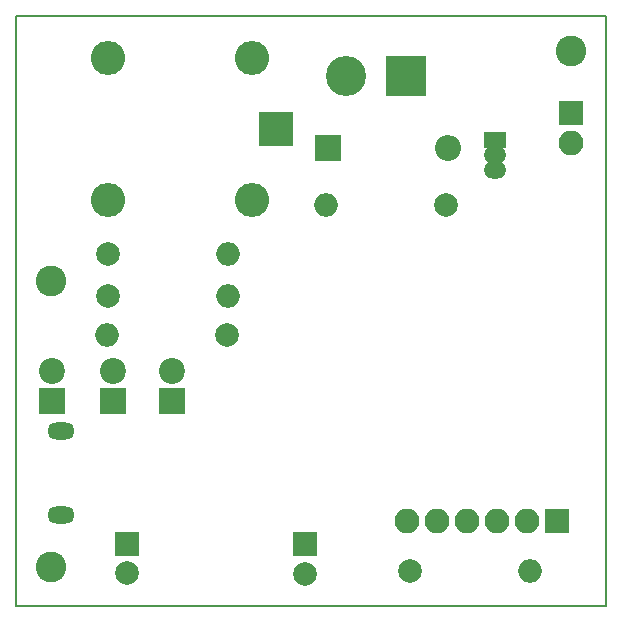
<source format=gbr>
G04 #@! TF.GenerationSoftware,KiCad,Pcbnew,5.0.0-fee4fd1~66~ubuntu18.04.1*
G04 #@! TF.CreationDate,2018-11-12T17:48:12-03:00*
G04 #@! TF.ProjectId,pcbAlarma,706362416C61726D612E6B696361645F,1.1*
G04 #@! TF.SameCoordinates,Original*
G04 #@! TF.FileFunction,Soldermask,Top*
G04 #@! TF.FilePolarity,Negative*
%FSLAX46Y46*%
G04 Gerber Fmt 4.6, Leading zero omitted, Abs format (unit mm)*
G04 Created by KiCad (PCBNEW 5.0.0-fee4fd1~66~ubuntu18.04.1) date Mon Nov 12 17:48:12 2018*
%MOMM*%
%LPD*%
G01*
G04 APERTURE LIST*
%ADD10C,0.150000*%
%ADD11O,2.300000X1.450000*%
%ADD12R,2.100000X2.100000*%
%ADD13O,2.100000X2.100000*%
%ADD14C,2.000000*%
%ADD15R,2.000000X2.000000*%
%ADD16C,2.200000*%
%ADD17R,2.200000X2.200000*%
%ADD18O,2.200000X2.200000*%
%ADD19C,2.600000*%
%ADD20C,3.400000*%
%ADD21R,3.400000X3.400000*%
%ADD22R,2.900000X2.900000*%
%ADD23O,2.900000X2.900000*%
%ADD24R,1.900000X1.450000*%
%ADD25O,1.900000X1.450000*%
%ADD26O,2.000000X2.000000*%
G04 APERTURE END LIST*
D10*
X164200000Y-64600000D02*
X164200000Y-114600000D01*
X214200000Y-64600000D02*
X164200000Y-64600000D01*
X214200000Y-114600000D02*
X214200000Y-64600000D01*
X164200000Y-114600000D02*
X214200000Y-114600000D01*
D11*
G04 #@! TO.C,J1*
X168000000Y-99725000D03*
X168000000Y-106875000D03*
G04 #@! TD*
D12*
G04 #@! TO.C,J102*
X210000000Y-107400000D03*
D13*
X207460000Y-107400000D03*
X204920000Y-107400000D03*
X202380000Y-107400000D03*
X199840000Y-107400000D03*
X197300000Y-107400000D03*
G04 #@! TD*
D14*
G04 #@! TO.C,C1*
X173600000Y-111800000D03*
D15*
X173600000Y-109300000D03*
G04 #@! TD*
D14*
G04 #@! TO.C,C2*
X188700000Y-111850000D03*
D15*
X188700000Y-109350000D03*
G04 #@! TD*
D16*
G04 #@! TO.C,D1*
X177400000Y-94660000D03*
D17*
X177400000Y-97200000D03*
G04 #@! TD*
D18*
G04 #@! TO.C,D2*
X200760000Y-75800000D03*
D17*
X190600000Y-75800000D03*
G04 #@! TD*
D16*
G04 #@! TO.C,D3*
X167300000Y-94660000D03*
D17*
X167300000Y-97200000D03*
G04 #@! TD*
D16*
G04 #@! TO.C,D4*
X172400000Y-94660000D03*
D17*
X172400000Y-97200000D03*
G04 #@! TD*
D19*
G04 #@! TO.C,H1*
X167200000Y-111300000D03*
G04 #@! TD*
G04 #@! TO.C,H2*
X211200000Y-67600000D03*
G04 #@! TD*
G04 #@! TO.C,H3*
X167150000Y-87025000D03*
G04 #@! TD*
D20*
G04 #@! TO.C,J4*
X192170000Y-69725000D03*
D21*
X197250000Y-69725000D03*
G04 #@! TD*
D13*
G04 #@! TO.C,J101*
X211200000Y-75340000D03*
D12*
X211200000Y-72800000D03*
G04 #@! TD*
D22*
G04 #@! TO.C,K1*
X186200000Y-74200000D03*
D23*
X184200000Y-68200000D03*
X172000000Y-68200000D03*
X172000000Y-80200000D03*
X184200000Y-80200000D03*
G04 #@! TD*
D24*
G04 #@! TO.C,Q1*
X204800000Y-75130000D03*
D25*
X204800000Y-77670000D03*
X204800000Y-76400000D03*
G04 #@! TD*
D14*
G04 #@! TO.C,R1*
X182100000Y-91600000D03*
D26*
X171940000Y-91600000D03*
G04 #@! TD*
G04 #@! TO.C,R2*
X182160000Y-84800000D03*
D14*
X172000000Y-84800000D03*
G04 #@! TD*
D26*
G04 #@! TO.C,R3*
X207760000Y-111600000D03*
D14*
X197600000Y-111600000D03*
G04 #@! TD*
D26*
G04 #@! TO.C,R4*
X182160000Y-88300000D03*
D14*
X172000000Y-88300000D03*
G04 #@! TD*
D26*
G04 #@! TO.C,R5*
X190440000Y-80600000D03*
D14*
X200600000Y-80600000D03*
G04 #@! TD*
M02*

</source>
